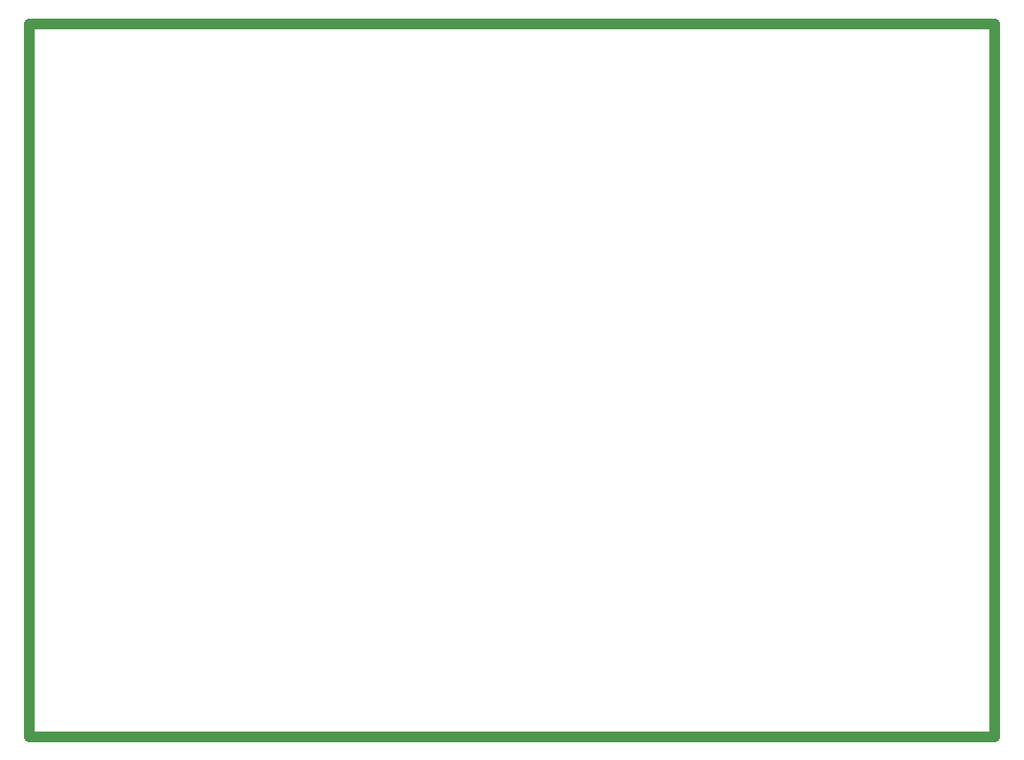
<source format=gko>
G04*
G04 #@! TF.GenerationSoftware,Altium Limited,Altium Designer,20.1.8 (145)*
G04*
G04 Layer_Color=16711935*
%FSLAX25Y25*%
%MOIN*%
G70*
G04*
G04 #@! TF.SameCoordinates,3D76E3EC-FEB2-46C7-AB75-6B0F0163D353*
G04*
G04*
G04 #@! TF.FilePolarity,Positive*
G04*
G01*
G75*
%ADD31C,0.03937*%
D31*
X70866Y503937D02*
X433071D01*
Y236220D02*
Y503937D01*
X70866Y236220D02*
X433071D01*
X70866D02*
Y503937D01*
M02*

</source>
